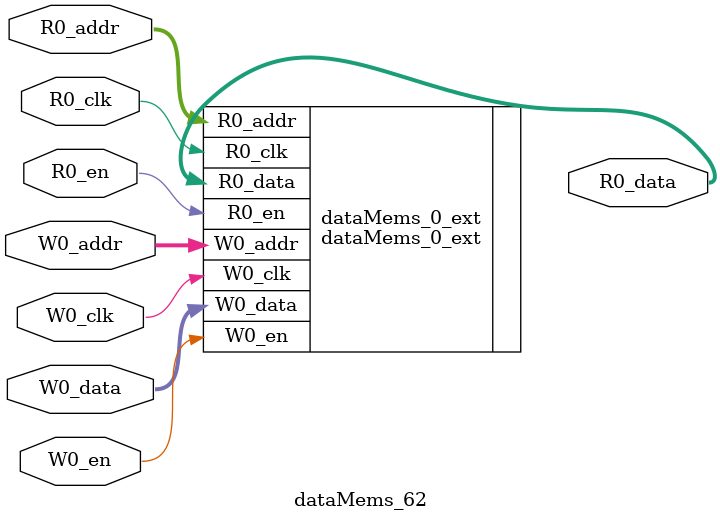
<source format=sv>
`ifndef RANDOMIZE
  `ifdef RANDOMIZE_REG_INIT
    `define RANDOMIZE
  `endif // RANDOMIZE_REG_INIT
`endif // not def RANDOMIZE
`ifndef RANDOMIZE
  `ifdef RANDOMIZE_MEM_INIT
    `define RANDOMIZE
  `endif // RANDOMIZE_MEM_INIT
`endif // not def RANDOMIZE

`ifndef RANDOM
  `define RANDOM $random
`endif // not def RANDOM

// Users can define 'PRINTF_COND' to add an extra gate to prints.
`ifndef PRINTF_COND_
  `ifdef PRINTF_COND
    `define PRINTF_COND_ (`PRINTF_COND)
  `else  // PRINTF_COND
    `define PRINTF_COND_ 1
  `endif // PRINTF_COND
`endif // not def PRINTF_COND_

// Users can define 'ASSERT_VERBOSE_COND' to add an extra gate to assert error printing.
`ifndef ASSERT_VERBOSE_COND_
  `ifdef ASSERT_VERBOSE_COND
    `define ASSERT_VERBOSE_COND_ (`ASSERT_VERBOSE_COND)
  `else  // ASSERT_VERBOSE_COND
    `define ASSERT_VERBOSE_COND_ 1
  `endif // ASSERT_VERBOSE_COND
`endif // not def ASSERT_VERBOSE_COND_

// Users can define 'STOP_COND' to add an extra gate to stop conditions.
`ifndef STOP_COND_
  `ifdef STOP_COND
    `define STOP_COND_ (`STOP_COND)
  `else  // STOP_COND
    `define STOP_COND_ 1
  `endif // STOP_COND
`endif // not def STOP_COND_

// Users can define INIT_RANDOM as general code that gets injected into the
// initializer block for modules with registers.
`ifndef INIT_RANDOM
  `define INIT_RANDOM
`endif // not def INIT_RANDOM

// If using random initialization, you can also define RANDOMIZE_DELAY to
// customize the delay used, otherwise 0.002 is used.
`ifndef RANDOMIZE_DELAY
  `define RANDOMIZE_DELAY 0.002
`endif // not def RANDOMIZE_DELAY

// Define INIT_RANDOM_PROLOG_ for use in our modules below.
`ifndef INIT_RANDOM_PROLOG_
  `ifdef RANDOMIZE
    `ifdef VERILATOR
      `define INIT_RANDOM_PROLOG_ `INIT_RANDOM
    `else  // VERILATOR
      `define INIT_RANDOM_PROLOG_ `INIT_RANDOM #`RANDOMIZE_DELAY begin end
    `endif // VERILATOR
  `else  // RANDOMIZE
    `define INIT_RANDOM_PROLOG_
  `endif // RANDOMIZE
`endif // not def INIT_RANDOM_PROLOG_

// Include register initializers in init blocks unless synthesis is set
`ifndef SYNTHESIS
  `ifndef ENABLE_INITIAL_REG_
    `define ENABLE_INITIAL_REG_
  `endif // not def ENABLE_INITIAL_REG_
`endif // not def SYNTHESIS

// Include rmemory initializers in init blocks unless synthesis is set
`ifndef SYNTHESIS
  `ifndef ENABLE_INITIAL_MEM_
    `define ENABLE_INITIAL_MEM_
  `endif // not def ENABLE_INITIAL_MEM_
`endif // not def SYNTHESIS

module dataMems_62(	// @[generators/ara/src/main/scala/UnsafeAXI4ToTL.scala:365:62]
  input  [4:0]  R0_addr,
  input         R0_en,
  input         R0_clk,
  output [66:0] R0_data,
  input  [4:0]  W0_addr,
  input         W0_en,
  input         W0_clk,
  input  [66:0] W0_data
);

  dataMems_0_ext dataMems_0_ext (	// @[generators/ara/src/main/scala/UnsafeAXI4ToTL.scala:365:62]
    .R0_addr (R0_addr),
    .R0_en   (R0_en),
    .R0_clk  (R0_clk),
    .R0_data (R0_data),
    .W0_addr (W0_addr),
    .W0_en   (W0_en),
    .W0_clk  (W0_clk),
    .W0_data (W0_data)
  );
endmodule


</source>
